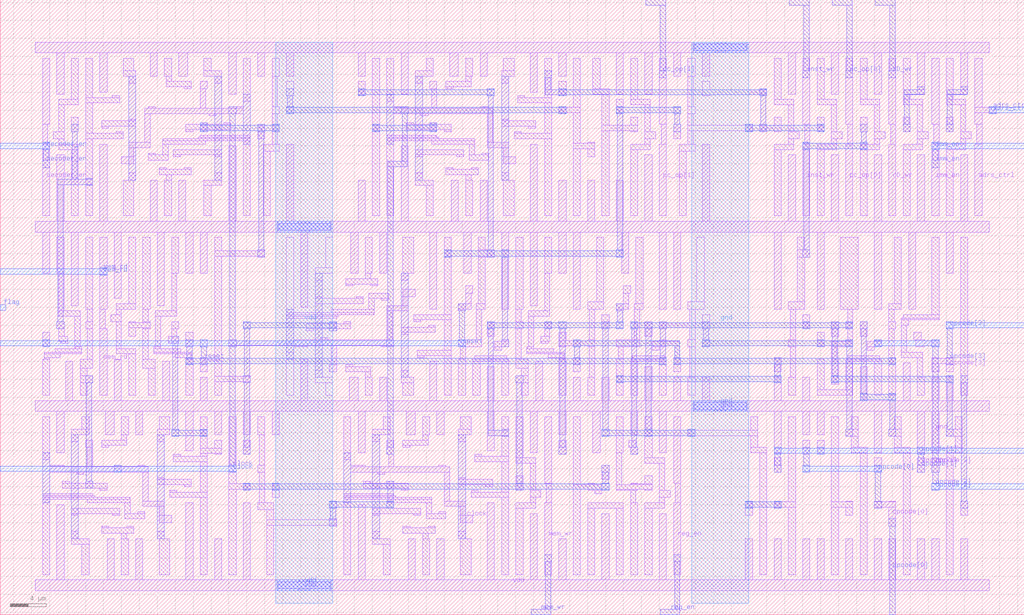
<source format=lef>
VERSION 5.3 ;
   NAMESCASESENSITIVE ON ;
   NOWIREEXTENSIONATPIN ON ;
   DIVIDERCHAR "/" ;
   BUSBITCHARS "[]" ;
UNITS
   DATABASE MICRONS 1000 ;
END UNITS

MACRO control_unit
   CLASS BLOCK ;
   FOREIGN control_unit ;
   ORIGIN 3.5000 2.3000 ;
   SIZE 114.2000 BY 68.6000 ;
   PIN gnd
      PORT
         LAYER metal1 ;
	    RECT 0.4000 60.4000 106.8000 61.6000 ;
	    RECT 2.8000 55.8000 3.6000 60.4000 ;
	    RECT 7.6000 56.0000 8.4000 60.4000 ;
	    RECT 13.2000 57.8000 14.0000 60.4000 ;
	    RECT 16.4000 57.8000 17.4000 60.4000 ;
	    RECT 22.0000 55.8000 22.8000 60.4000 ;
	    RECT 25.2000 57.8000 26.0000 60.4000 ;
	    RECT 28.4000 57.8000 29.2000 60.4000 ;
	    RECT 36.4000 57.8000 37.2000 60.4000 ;
	    RECT 41.2000 55.8000 42.0000 60.4000 ;
	    RECT 46.6000 57.8000 47.6000 60.4000 ;
	    RECT 50.0000 57.8000 50.8000 60.4000 ;
	    RECT 55.6000 56.0000 56.4000 60.4000 ;
	    RECT 58.8000 57.8000 59.6000 60.4000 ;
	    RECT 65.2000 55.8000 66.0000 60.4000 ;
	    RECT 68.4000 55.8000 69.2000 60.4000 ;
	    RECT 71.6000 57.8000 72.4000 60.4000 ;
	    RECT 74.8000 57.8000 75.6000 60.4000 ;
	    RECT 84.4000 55.8000 85.2000 60.4000 ;
	    RECT 89.2000 55.8000 90.0000 60.4000 ;
	    RECT 94.0000 55.8000 94.8000 60.4000 ;
	    RECT 98.8000 55.8000 99.6000 60.4000 ;
	    RECT 103.6000 55.8000 104.4000 60.4000 ;
	    RECT 97.2000 51.6000 98.0000 53.2000 ;
	    RECT 102.0000 51.6000 102.8000 53.2000 ;
	    RECT 3.8000 21.6000 4.6000 26.0000 ;
	    RECT 9.2000 21.6000 10.0000 26.2000 ;
	    RECT 14.6000 21.6000 15.4000 26.0000 ;
	    RECT 18.8000 21.6000 19.6000 24.2000 ;
	    RECT 30.0000 21.6000 30.8000 26.2000 ;
	    RECT 35.4000 21.6000 36.4000 24.2000 ;
	    RECT 38.8000 21.6000 39.6000 24.2000 ;
	    RECT 44.4000 21.6000 45.2000 26.0000 ;
	    RECT 50.8000 21.6000 51.6000 25.4000 ;
	    RECT 56.2000 21.6000 57.0000 26.0000 ;
	    RECT 60.4000 21.6000 61.2000 24.2000 ;
	    RECT 63.6000 21.6000 64.4000 24.2000 ;
	    RECT 68.4000 21.6000 69.2000 25.4000 ;
	    RECT 71.6000 21.6000 72.4000 24.2000 ;
	    RECT 74.8000 21.6000 75.6000 24.2000 ;
	    RECT 82.8000 21.6000 83.6000 24.2000 ;
	    RECT 86.0000 21.6000 86.8000 24.2000 ;
	    RECT 92.4000 21.6000 93.2000 25.4000 ;
	    RECT 97.2000 21.6000 98.0000 25.8000 ;
	    RECT 100.4000 21.6000 101.2000 24.2000 ;
	    RECT 102.0000 21.6000 102.8000 24.2000 ;
	    RECT 0.4000 20.4000 106.8000 21.6000 ;
	    RECT 2.8000 15.8000 3.6000 20.4000 ;
	    RECT 8.2000 17.8000 9.2000 20.4000 ;
	    RECT 11.6000 17.8000 12.4000 20.4000 ;
	    RECT 17.2000 16.0000 18.0000 20.4000 ;
	    RECT 20.4000 17.8000 21.2000 20.4000 ;
	    RECT 23.6000 17.8000 24.4000 20.4000 ;
	    RECT 26.8000 17.8000 27.6000 20.4000 ;
	    RECT 36.4000 15.8000 37.2000 20.4000 ;
	    RECT 41.8000 17.8000 42.8000 20.4000 ;
	    RECT 45.2000 17.8000 46.0000 20.4000 ;
	    RECT 50.8000 16.0000 51.6000 20.4000 ;
	    RECT 55.6000 15.8000 56.4000 20.4000 ;
	    RECT 58.8000 17.8000 59.6000 20.4000 ;
	    RECT 62.6000 15.8000 63.4000 20.4000 ;
	    RECT 66.8000 17.8000 67.6000 20.4000 ;
	    RECT 70.0000 15.8000 70.8000 20.4000 ;
	    RECT 82.8000 15.8000 83.6000 20.4000 ;
	    RECT 86.0000 17.8000 86.8000 20.4000 ;
	    RECT 87.6000 17.8000 88.4000 20.4000 ;
	    RECT 94.0000 15.8000 94.8000 20.4000 ;
	    RECT 98.8000 15.8000 99.6000 20.4000 ;
	    RECT 100.4000 15.8000 101.2000 20.4000 ;
         LAYER metal2 ;
	    RECT 76.2000 61.4000 77.4000 61.6000 ;
	    RECT 73.9000 60.6000 79.7000 61.4000 ;
	    RECT 76.2000 60.4000 77.4000 60.6000 ;
	    RECT 98.8000 56.3000 99.6000 56.6000 ;
	    RECT 103.6000 56.3000 104.4000 56.6000 ;
	    RECT 97.3000 55.8000 99.6000 56.3000 ;
	    RECT 102.1000 55.8000 104.4000 56.3000 ;
	    RECT 97.3000 55.7000 99.5000 55.8000 ;
	    RECT 102.1000 55.7000 104.3000 55.8000 ;
	    RECT 97.3000 52.4000 97.9000 55.7000 ;
	    RECT 102.1000 52.4000 102.7000 55.7000 ;
	    RECT 97.2000 51.6000 98.0000 52.4000 ;
	    RECT 102.0000 51.6000 102.8000 52.4000 ;
	    RECT 76.2000 21.4000 77.4000 21.6000 ;
	    RECT 73.9000 20.6000 79.7000 21.4000 ;
	    RECT 76.2000 20.4000 77.4000 20.6000 ;
         LAYER metal3 ;
	    RECT 73.8000 60.4000 79.8000 61.6000 ;
	    RECT 73.8000 20.4000 79.8000 21.6000 ;
         LAYER metal4 ;
	    RECT 73.6000 -1.0000 80.0000 61.6000 ;
      END
   END gnd
   PIN vdd
      PORT
         LAYER metal1 ;
	    RECT 2.8000 41.6000 3.6000 49.0000 ;
	    RECT 7.6000 41.6000 8.4000 50.2000 ;
	    RECT 13.2000 41.6000 14.0000 46.2000 ;
	    RECT 16.4000 41.6000 17.2000 46.2000 ;
	    RECT 22.0000 41.6000 22.8000 50.0000 ;
	    RECT 28.4000 41.6000 29.2000 50.2000 ;
	    RECT 36.4000 41.6000 37.2000 46.2000 ;
	    RECT 41.2000 41.6000 42.0000 50.0000 ;
	    RECT 46.8000 41.6000 47.6000 46.2000 ;
	    RECT 50.0000 41.6000 50.8000 46.2000 ;
	    RECT 55.6000 41.6000 56.4000 50.2000 ;
	    RECT 58.8000 41.6000 59.6000 46.2000 ;
	    RECT 62.0000 41.6000 62.8000 46.2000 ;
	    RECT 65.2000 41.6000 66.0000 46.2000 ;
	    RECT 68.4000 41.6000 69.2000 49.0000 ;
	    RECT 74.8000 41.6000 75.6000 50.2000 ;
	    RECT 84.4000 41.6000 85.2000 49.0000 ;
	    RECT 89.2000 41.6000 90.0000 49.0000 ;
	    RECT 94.0000 41.6000 94.8000 49.0000 ;
	    RECT 98.8000 41.6000 99.6000 49.0000 ;
	    RECT 103.6000 41.6000 104.4000 49.0000 ;
	    RECT 0.4000 40.4000 106.8000 41.6000 ;
	    RECT 1.2000 35.8000 2.0000 40.4000 ;
	    RECT 4.4000 32.2000 5.2000 40.4000 ;
	    RECT 9.2000 33.0000 10.0000 40.4000 ;
	    RECT 14.0000 32.2000 14.8000 40.4000 ;
	    RECT 17.2000 35.8000 18.0000 40.4000 ;
	    RECT 18.8000 35.8000 19.6000 40.4000 ;
	    RECT 30.0000 32.0000 30.8000 40.4000 ;
	    RECT 35.6000 35.8000 36.4000 40.4000 ;
	    RECT 38.8000 35.8000 39.6000 40.4000 ;
	    RECT 44.4000 31.8000 45.2000 40.4000 ;
	    RECT 48.2000 35.8000 49.0000 40.4000 ;
	    RECT 52.4000 31.8000 53.2000 40.4000 ;
	    RECT 55.6000 32.2000 56.4000 40.4000 ;
	    RECT 58.8000 35.8000 59.6000 40.4000 ;
	    RECT 60.4000 31.8000 61.2000 40.4000 ;
	    RECT 65.8000 35.8000 66.6000 40.4000 ;
	    RECT 70.0000 31.8000 70.8000 40.4000 ;
	    RECT 71.6000 31.8000 72.4000 40.4000 ;
	    RECT 82.8000 31.8000 83.6000 40.4000 ;
	    RECT 87.6000 31.8000 88.4000 40.4000 ;
	    RECT 94.0000 31.8000 94.8000 40.4000 ;
	    RECT 97.8000 31.8000 98.6000 40.4000 ;
	    RECT 102.0000 35.8000 102.8000 40.4000 ;
	    RECT 2.8000 1.6000 3.6000 10.0000 ;
	    RECT 8.4000 1.6000 9.2000 6.2000 ;
	    RECT 11.6000 1.6000 12.4000 6.2000 ;
	    RECT 17.2000 1.6000 18.0000 10.2000 ;
	    RECT 20.4000 1.6000 21.2000 6.2000 ;
	    RECT 23.6000 1.6000 24.4000 10.2000 ;
	    RECT 36.4000 1.6000 37.2000 10.0000 ;
	    RECT 42.0000 1.6000 42.8000 6.2000 ;
	    RECT 45.2000 1.6000 46.0000 6.2000 ;
	    RECT 50.8000 1.6000 51.6000 10.2000 ;
	    RECT 55.6000 1.6000 56.4000 9.0000 ;
	    RECT 58.8000 1.6000 59.6000 6.2000 ;
	    RECT 63.6000 1.6000 64.4000 9.0000 ;
	    RECT 70.0000 1.6000 70.8000 9.0000 ;
	    RECT 79.6000 1.6000 80.4000 6.2000 ;
	    RECT 82.8000 1.6000 83.6000 6.2000 ;
	    RECT 86.0000 1.6000 86.8000 6.2000 ;
	    RECT 87.6000 1.6000 88.4000 6.2000 ;
	    RECT 90.8000 1.6000 91.6000 6.2000 ;
	    RECT 94.0000 1.6000 94.8000 6.2000 ;
	    RECT 95.6000 1.6000 96.4000 6.2000 ;
	    RECT 98.8000 1.6000 99.6000 6.2000 ;
	    RECT 100.4000 1.6000 101.2000 6.2000 ;
	    RECT 103.6000 1.6000 104.4000 6.2000 ;
	    RECT 0.4000 0.4000 106.8000 1.6000 ;
         LAYER metal2 ;
	    RECT 29.8000 41.4000 31.0000 41.6000 ;
	    RECT 27.5000 40.6000 33.3000 41.4000 ;
	    RECT 29.8000 40.4000 31.0000 40.6000 ;
	    RECT 29.8000 1.4000 31.0000 1.6000 ;
	    RECT 27.5000 0.6000 33.3000 1.4000 ;
	    RECT 29.8000 0.4000 31.0000 0.6000 ;
         LAYER metal3 ;
	    RECT 27.4000 40.4000 33.4000 41.6000 ;
	    RECT 27.4000 0.4000 33.4000 1.6000 ;
         LAYER metal4 ;
	    RECT 27.2000 -1.0000 33.6000 61.6000 ;
      END
   END vdd
   PIN adrs_ctrl
      PORT
         LAYER metal1 ;
	    RECT 105.2000 54.3000 106.0000 59.8000 ;
	    RECT 106.8000 54.3000 107.6000 54.4000 ;
	    RECT 105.2000 53.7000 107.6000 54.3000 ;
	    RECT 105.2000 52.4000 106.0000 53.7000 ;
	    RECT 106.8000 53.6000 107.6000 53.7000 ;
	    RECT 105.4000 50.2000 106.0000 52.4000 ;
	    RECT 105.2000 42.2000 106.0000 50.2000 ;
         LAYER metal2 ;
	    RECT 106.8000 53.6000 107.6000 54.4000 ;
         LAYER metal3 ;
	    RECT 106.8000 54.3000 107.6000 54.4000 ;
	    RECT 106.8000 53.7000 110.7000 54.3000 ;
	    RECT 106.8000 53.6000 107.6000 53.7000 ;
      END
   END adrs_ctrl
   PIN clock
      PORT
         LAYER metal1 ;
	    RECT 18.8000 56.4000 19.6000 57.2000 ;
	    RECT 44.4000 56.4000 45.2000 57.2000 ;
	    RECT 13.0000 54.2000 13.8000 54.4000 ;
	    RECT 18.8000 54.2000 19.4000 56.4000 ;
	    RECT 22.0000 54.2000 23.6000 54.4000 ;
	    RECT 12.6000 53.6000 23.6000 54.2000 ;
	    RECT 40.4000 54.2000 42.0000 54.4000 ;
	    RECT 44.6000 54.2000 45.2000 56.4000 ;
	    RECT 50.2000 54.2000 51.0000 54.4000 ;
	    RECT 40.4000 53.6000 51.4000 54.2000 ;
	    RECT 12.6000 50.4000 13.2000 53.6000 ;
	    RECT 19.8000 53.4000 20.6000 53.6000 ;
	    RECT 43.4000 53.4000 44.2000 53.6000 ;
	    RECT 10.8000 49.8000 13.2000 50.4000 ;
	    RECT 50.8000 50.4000 51.4000 53.6000 ;
	    RECT 50.8000 49.8000 53.2000 50.4000 ;
	    RECT 10.8000 48.8000 11.4000 49.8000 ;
	    RECT 10.0000 48.0000 11.4000 48.8000 ;
	    RECT 52.6000 48.8000 53.2000 49.8000 ;
	    RECT 52.6000 48.0000 54.0000 48.8000 ;
	    RECT 41.4000 33.2000 42.8000 34.0000 ;
	    RECT 41.4000 32.2000 42.0000 33.2000 ;
	    RECT 39.6000 31.6000 42.0000 32.2000 ;
	    RECT 32.2000 28.4000 33.0000 28.6000 ;
	    RECT 39.6000 28.4000 40.2000 31.6000 ;
	    RECT 22.0000 28.3000 22.8000 28.4000 ;
	    RECT 29.2000 28.3000 40.4000 28.4000 ;
	    RECT 22.0000 27.8000 40.4000 28.3000 ;
	    RECT 22.0000 27.7000 30.8000 27.8000 ;
	    RECT 22.0000 27.6000 22.8000 27.7000 ;
	    RECT 29.2000 27.6000 30.8000 27.7000 ;
	    RECT 33.4000 25.6000 34.0000 27.8000 ;
	    RECT 39.0000 27.6000 40.4000 27.8000 ;
	    RECT 33.2000 24.8000 34.0000 25.6000 ;
	    RECT 6.0000 16.4000 6.8000 17.2000 ;
	    RECT 2.0000 14.2000 3.6000 14.4000 ;
	    RECT 6.2000 14.2000 6.8000 16.4000 ;
	    RECT 39.6000 15.6000 40.4000 17.2000 ;
	    RECT 9.2000 14.2000 10.0000 14.4000 ;
	    RECT 11.8000 14.2000 12.6000 14.4000 ;
	    RECT 35.6000 14.2000 37.2000 14.4000 ;
	    RECT 39.8000 14.2000 40.4000 15.6000 ;
	    RECT 45.4000 14.2000 46.2000 14.4000 ;
	    RECT 2.0000 13.6000 13.0000 14.2000 ;
	    RECT 35.6000 13.6000 46.6000 14.2000 ;
	    RECT 5.0000 13.4000 5.8000 13.6000 ;
	    RECT 12.4000 10.4000 13.0000 13.6000 ;
	    RECT 38.6000 13.4000 39.4000 13.6000 ;
	    RECT 46.0000 10.4000 46.6000 13.6000 ;
	    RECT 12.4000 9.8000 14.8000 10.4000 ;
	    RECT 46.0000 9.8000 48.4000 10.4000 ;
	    RECT 14.2000 8.8000 14.8000 9.8000 ;
	    RECT 47.8000 8.8000 48.4000 9.8000 ;
	    RECT 14.2000 8.0000 15.6000 8.8000 ;
	    RECT 47.8000 8.0000 49.2000 8.8000 ;
         LAYER metal2 ;
	    RECT 22.0000 53.6000 22.8000 54.4000 ;
	    RECT 41.2000 53.6000 42.0000 54.4000 ;
	    RECT 22.1000 28.4000 22.7000 53.6000 ;
	    RECT 41.3000 48.3000 41.9000 53.6000 ;
	    RECT 39.7000 47.7000 41.9000 48.3000 ;
	    RECT 39.7000 28.4000 40.3000 47.7000 ;
	    RECT 22.0000 27.6000 22.8000 28.4000 ;
	    RECT 39.6000 27.6000 40.4000 28.4000 ;
	    RECT 22.1000 14.4000 22.7000 27.6000 ;
	    RECT 39.7000 16.4000 40.3000 27.6000 ;
	    RECT 39.6000 15.6000 40.4000 16.4000 ;
	    RECT 9.2000 13.6000 10.0000 14.4000 ;
	    RECT 22.0000 13.6000 22.8000 14.4000 ;
         LAYER metal3 ;
	    RECT 9.2000 14.3000 10.0000 14.4000 ;
	    RECT 22.0000 14.3000 22.8000 14.4000 ;
	    RECT -3.5000 13.7000 22.8000 14.3000 ;
	    RECT 9.2000 13.6000 10.0000 13.7000 ;
	    RECT 22.0000 13.6000 22.8000 13.7000 ;
      END
   END clock
   PIN decoder_en
      PORT
         LAYER metal1 ;
	    RECT 1.2000 52.4000 2.0000 59.8000 ;
	    RECT 1.2000 50.2000 1.8000 52.4000 ;
	    RECT 1.2000 42.2000 2.0000 50.2000 ;
         LAYER metal2 ;
	    RECT 1.2000 49.6000 2.0000 50.4000 ;
	    RECT 1.3000 48.4000 1.9000 49.6000 ;
	    RECT 1.2000 47.6000 2.0000 48.4000 ;
         LAYER metal3 ;
	    RECT 1.2000 50.3000 2.0000 50.4000 ;
	    RECT -3.5000 49.7000 2.0000 50.3000 ;
	    RECT 1.2000 49.6000 2.0000 49.7000 ;
      END
   END decoder_en
   PIN flag
      PORT
         LAYER metal3 ;
	    RECT -3.5000 31.7000 -2.9000 32.3000 ;
      END
   END flag
   PIN imm_en
      PORT
         LAYER metal1 ;
	    RECT 100.4000 52.4000 101.2000 59.8000 ;
	    RECT 100.6000 50.2000 101.2000 52.4000 ;
	    RECT 100.4000 42.2000 101.2000 50.2000 ;
         LAYER metal2 ;
	    RECT 100.4000 49.6000 101.2000 50.4000 ;
	    RECT 100.5000 48.4000 101.1000 49.6000 ;
	    RECT 100.4000 47.6000 101.2000 48.4000 ;
         LAYER metal3 ;
	    RECT 100.4000 50.3000 101.2000 50.4000 ;
	    RECT 100.4000 49.7000 110.7000 50.3000 ;
	    RECT 100.4000 49.6000 101.2000 49.7000 ;
      END
   END imm_en
   PIN inst_wr
      PORT
         LAYER metal1 ;
	    RECT 86.0000 52.4000 86.8000 59.8000 ;
	    RECT 86.2000 50.2000 86.8000 52.4000 ;
	    RECT 86.0000 42.2000 86.8000 50.2000 ;
         LAYER metal2 ;
	    RECT 84.5000 65.7000 86.7000 66.3000 ;
	    RECT 86.1000 58.4000 86.7000 65.7000 ;
	    RECT 86.0000 57.6000 86.8000 58.4000 ;
      END
   END inst_wr
   PIN mem_rd
      PORT
         LAYER metal1 ;
	    RECT 7.6000 31.8000 8.4000 39.8000 ;
	    RECT 7.6000 29.6000 8.2000 31.8000 ;
	    RECT 7.6000 22.2000 8.4000 29.6000 ;
         LAYER metal2 ;
	    RECT 7.6000 35.6000 8.4000 36.4000 ;
         LAYER metal3 ;
	    RECT 7.6000 36.3000 8.4000 36.4000 ;
	    RECT -3.5000 35.7000 8.4000 36.3000 ;
	    RECT 7.6000 35.6000 8.4000 35.7000 ;
      END
   END mem_rd
   PIN mem_wr
      PORT
         LAYER metal1 ;
	    RECT 57.2000 12.4000 58.0000 19.8000 ;
	    RECT 57.4000 10.2000 58.0000 12.4000 ;
	    RECT 57.2000 2.2000 58.0000 10.2000 ;
         LAYER metal2 ;
	    RECT 57.2000 3.6000 58.0000 4.4000 ;
	    RECT 57.3000 -1.7000 57.9000 3.6000 ;
	    RECT 55.7000 -2.3000 57.9000 -1.7000 ;
      END
   END mem_wr
   PIN opcode[3]
      PORT
         LAYER metal1 ;
	    RECT 100.4000 26.3000 101.2000 26.4000 ;
	    RECT 102.0000 26.3000 102.8000 26.4000 ;
	    RECT 100.4000 25.7000 102.8000 26.3000 ;
	    RECT 100.4000 24.8000 101.2000 25.7000 ;
	    RECT 102.0000 24.8000 102.8000 25.7000 ;
         LAYER metal2 ;
	    RECT 102.0000 29.6000 102.8000 30.4000 ;
	    RECT 102.1000 26.4000 102.7000 29.6000 ;
	    RECT 102.0000 25.6000 102.8000 26.4000 ;
         LAYER metal3 ;
	    RECT 102.0000 30.3000 102.8000 30.4000 ;
	    RECT 102.0000 29.7000 110.7000 30.3000 ;
	    RECT 102.0000 29.6000 102.8000 29.7000 ;
      END
   END opcode[3]
   PIN opcode[2]
      PORT
         LAYER metal1 ;
	    RECT 98.4000 28.4000 99.2000 29.2000 ;
	    RECT 94.0000 28.2000 94.8000 28.4000 ;
	    RECT 93.2000 27.6000 94.8000 28.2000 ;
	    RECT 98.6000 28.3000 99.6000 28.4000 ;
	    RECT 100.4000 28.3000 101.2000 28.4000 ;
	    RECT 98.6000 27.7000 101.2000 28.3000 ;
	    RECT 98.6000 27.6000 99.6000 27.7000 ;
	    RECT 100.4000 27.6000 101.2000 27.7000 ;
	    RECT 93.2000 27.2000 94.0000 27.6000 ;
	    RECT 100.4000 13.6000 101.2000 15.2000 ;
         LAYER metal2 ;
	    RECT 94.0000 27.6000 94.8000 28.4000 ;
	    RECT 100.4000 27.6000 101.2000 28.4000 ;
	    RECT 100.5000 14.4000 101.1000 27.6000 ;
	    RECT 100.4000 13.6000 101.2000 14.4000 ;
	    RECT 100.5000 12.4000 101.1000 13.6000 ;
	    RECT 100.4000 11.6000 101.2000 12.4000 ;
         LAYER metal3 ;
	    RECT 94.0000 28.3000 94.8000 28.4000 ;
	    RECT 100.4000 28.3000 101.2000 28.4000 ;
	    RECT 94.0000 27.7000 101.2000 28.3000 ;
	    RECT 94.0000 27.6000 94.8000 27.7000 ;
	    RECT 100.4000 27.6000 101.2000 27.7000 ;
	    RECT 100.4000 12.3000 101.2000 12.4000 ;
	    RECT 100.4000 11.7000 110.7000 12.3000 ;
	    RECT 100.4000 11.6000 101.2000 11.7000 ;
      END
   END opcode[2]
   PIN opcode[1]
      PORT
         LAYER metal1 ;
	    RECT 87.6000 15.6000 88.4000 17.2000 ;
	    RECT 82.8000 13.6000 83.6000 15.2000 ;
	    RECT 98.8000 13.6000 99.6000 15.2000 ;
         LAYER metal2 ;
	    RECT 82.8000 15.6000 83.6000 16.4000 ;
	    RECT 87.6000 15.6000 88.4000 16.4000 ;
	    RECT 98.8000 15.6000 99.6000 16.4000 ;
	    RECT 82.9000 14.4000 83.5000 15.6000 ;
	    RECT 98.9000 14.4000 99.5000 15.6000 ;
	    RECT 82.8000 13.6000 83.6000 14.4000 ;
	    RECT 98.8000 13.6000 99.6000 14.4000 ;
         LAYER metal3 ;
	    RECT 82.8000 16.3000 83.6000 16.4000 ;
	    RECT 87.6000 16.3000 88.4000 16.4000 ;
	    RECT 98.8000 16.3000 99.6000 16.4000 ;
	    RECT 82.8000 15.7000 110.7000 16.3000 ;
	    RECT 82.8000 15.6000 83.6000 15.7000 ;
	    RECT 87.6000 15.6000 88.4000 15.7000 ;
	    RECT 98.8000 15.6000 99.6000 15.7000 ;
      END
   END opcode[1]
   PIN opcode[0]
      PORT
         LAYER metal1 ;
	    RECT 86.0000 15.6000 86.8000 17.2000 ;
	    RECT 94.0000 13.6000 94.8000 15.2000 ;
	    RECT 94.0000 10.3000 94.8000 10.4000 ;
	    RECT 95.6000 10.3000 96.4000 10.4000 ;
	    RECT 94.0000 9.7000 96.4000 10.3000 ;
	    RECT 94.0000 9.6000 94.8000 9.7000 ;
	    RECT 95.6000 7.6000 96.4000 9.7000 ;
         LAYER metal2 ;
	    RECT 86.0000 15.6000 86.8000 16.4000 ;
	    RECT 86.1000 14.4000 86.7000 15.6000 ;
	    RECT 86.0000 13.6000 86.8000 14.4000 ;
	    RECT 94.0000 13.6000 94.8000 14.4000 ;
	    RECT 94.1000 10.4000 94.7000 13.6000 ;
	    RECT 94.0000 9.6000 94.8000 10.4000 ;
	    RECT 95.6000 7.6000 96.4000 8.4000 ;
	    RECT 95.7000 -2.3000 96.3000 7.6000 ;
         LAYER metal3 ;
	    RECT 86.0000 14.3000 86.8000 14.4000 ;
	    RECT 94.0000 14.3000 94.8000 14.4000 ;
	    RECT 86.0000 13.7000 94.8000 14.3000 ;
	    RECT 86.0000 13.6000 86.8000 13.7000 ;
	    RECT 94.0000 13.6000 94.8000 13.7000 ;
      END
   END opcode[0]
   PIN pc_op[1]
      PORT
         LAYER metal1 ;
	    RECT 70.0000 52.4000 70.8000 59.8000 ;
	    RECT 70.2000 50.2000 70.8000 52.4000 ;
	    RECT 70.0000 42.2000 70.8000 50.2000 ;
         LAYER metal2 ;
	    RECT 68.5000 65.7000 70.7000 66.3000 ;
	    RECT 70.1000 58.4000 70.7000 65.7000 ;
	    RECT 70.0000 57.6000 70.8000 58.4000 ;
      END
   END pc_op[1]
   PIN pc_op[0]
      PORT
         LAYER metal1 ;
	    RECT 90.8000 52.4000 91.6000 59.8000 ;
	    RECT 91.0000 50.2000 91.6000 52.4000 ;
	    RECT 90.8000 42.2000 91.6000 50.2000 ;
         LAYER metal2 ;
	    RECT 89.3000 65.7000 91.5000 66.3000 ;
	    RECT 90.9000 58.4000 91.5000 65.7000 ;
	    RECT 90.8000 57.6000 91.6000 58.4000 ;
      END
   END pc_op[0]
   PIN rD_wr
      PORT
         LAYER metal1 ;
	    RECT 95.6000 52.4000 96.4000 59.8000 ;
	    RECT 95.8000 50.2000 96.4000 52.4000 ;
	    RECT 95.6000 42.2000 96.4000 50.2000 ;
         LAYER metal2 ;
	    RECT 94.1000 65.7000 96.3000 66.3000 ;
	    RECT 95.7000 58.4000 96.3000 65.7000 ;
	    RECT 95.6000 57.6000 96.4000 58.4000 ;
      END
   END rD_wr
   PIN reg_en
      PORT
         LAYER metal1 ;
	    RECT 71.6000 12.4000 72.4000 19.8000 ;
	    RECT 71.8000 10.2000 72.4000 12.4000 ;
	    RECT 71.6000 2.2000 72.4000 10.2000 ;
         LAYER metal2 ;
	    RECT 71.6000 3.6000 72.4000 4.4000 ;
	    RECT 71.7000 -1.7000 72.3000 3.6000 ;
	    RECT 70.1000 -2.3000 72.3000 -1.7000 ;
      END
   END reg_en
   PIN reset
      PORT
         LAYER metal1 ;
	    RECT 48.4000 33.6000 49.2000 34.4000 ;
	    RECT 48.4000 32.4000 49.0000 33.6000 ;
	    RECT 47.6000 31.8000 49.0000 32.4000 ;
	    RECT 47.6000 31.6000 48.4000 31.8000 ;
	    RECT 1.2000 27.6000 2.0000 29.2000 ;
	    RECT 18.8000 24.8000 19.6000 26.4000 ;
         LAYER metal2 ;
	    RECT 47.6000 31.6000 48.4000 32.4000 ;
	    RECT 47.7000 28.4000 48.3000 31.6000 ;
	    RECT 1.2000 27.6000 2.0000 28.4000 ;
	    RECT 18.8000 27.6000 19.6000 28.4000 ;
	    RECT 47.6000 27.6000 48.4000 28.4000 ;
	    RECT 18.9000 26.4000 19.5000 27.6000 ;
	    RECT 18.8000 25.6000 19.6000 26.4000 ;
         LAYER metal3 ;
	    RECT 1.2000 28.3000 2.0000 28.4000 ;
	    RECT 18.8000 28.3000 19.6000 28.4000 ;
	    RECT 47.6000 28.3000 48.4000 28.4000 ;
	    RECT -3.5000 27.7000 48.4000 28.3000 ;
	    RECT 1.2000 27.6000 2.0000 27.7000 ;
	    RECT 18.8000 27.6000 19.6000 27.7000 ;
	    RECT 47.6000 27.6000 48.4000 27.7000 ;
      END
   END reset
   OBS
         LAYER metal1 ;
	    RECT 4.4000 55.2000 5.2000 59.8000 ;
	    RECT 3.0000 54.6000 5.2000 55.2000 ;
	    RECT 6.0000 55.4000 6.8000 59.8000 ;
	    RECT 10.2000 58.4000 11.4000 59.8000 ;
	    RECT 10.2000 57.8000 11.6000 58.4000 ;
	    RECT 14.8000 57.8000 15.6000 59.8000 ;
	    RECT 19.2000 58.4000 20.0000 59.8000 ;
	    RECT 19.2000 57.8000 21.2000 58.4000 ;
	    RECT 10.8000 57.0000 11.6000 57.8000 ;
	    RECT 15.0000 57.2000 15.6000 57.8000 ;
	    RECT 15.0000 56.6000 17.8000 57.2000 ;
	    RECT 20.4000 57.0000 21.2000 57.8000 ;
	    RECT 17.0000 56.4000 17.8000 56.6000 ;
	    RECT 9.0000 55.4000 9.8000 55.6000 ;
	    RECT 6.0000 54.8000 9.8000 55.4000 ;
	    RECT 23.6000 55.0000 24.4000 59.8000 ;
	    RECT 26.8000 57.8000 27.6000 59.8000 ;
	    RECT 3.0000 51.6000 3.6000 54.6000 ;
	    RECT 4.4000 51.6000 5.2000 53.2000 ;
	    RECT 2.4000 50.8000 3.6000 51.6000 ;
	    RECT 3.0000 50.2000 3.6000 50.8000 ;
	    RECT 6.0000 51.4000 6.8000 54.8000 ;
	    RECT 26.8000 54.4000 27.4000 57.8000 ;
	    RECT 28.4000 55.6000 29.2000 57.2000 ;
	    RECT 36.4000 55.6000 37.2000 57.2000 ;
	    RECT 26.8000 53.6000 27.6000 54.4000 ;
	    RECT 10.8000 52.8000 11.6000 53.0000 ;
	    RECT 7.8000 52.2000 11.6000 52.8000 ;
	    RECT 18.8000 52.4000 19.6000 52.6000 ;
	    RECT 21.4000 52.4000 22.2000 52.6000 ;
	    RECT 26.8000 52.4000 27.4000 53.6000 ;
	    RECT 7.8000 52.0000 8.6000 52.2000 ;
	    RECT 17.2000 51.8000 22.2000 52.4000 ;
	    RECT 17.2000 51.6000 18.0000 51.8000 ;
	    RECT 9.4000 51.4000 10.2000 51.6000 ;
	    RECT 6.0000 50.8000 10.2000 51.4000 ;
	    RECT 18.8000 51.0000 24.4000 51.2000 ;
	    RECT 18.6000 50.8000 24.4000 51.0000 ;
	    RECT 25.2000 50.8000 26.0000 52.4000 ;
	    RECT 26.8000 51.6000 27.6000 52.4000 ;
	    RECT 3.0000 49.6000 5.2000 50.2000 ;
	    RECT 4.4000 42.2000 5.2000 49.6000 ;
	    RECT 6.0000 42.2000 6.8000 50.8000 ;
	    RECT 14.6000 50.6000 24.4000 50.8000 ;
	    RECT 14.6000 50.2000 19.4000 50.6000 ;
	    RECT 13.0000 49.0000 13.8000 49.2000 ;
	    RECT 14.6000 49.0000 15.2000 50.2000 ;
	    RECT 13.0000 48.4000 15.2000 49.0000 ;
	    RECT 15.8000 49.0000 21.2000 49.6000 ;
	    RECT 15.8000 48.8000 16.6000 49.0000 ;
	    RECT 20.4000 48.8000 21.2000 49.0000 ;
	    RECT 14.2000 47.4000 15.0000 47.6000 ;
	    RECT 17.0000 47.4000 17.8000 47.6000 ;
	    RECT 10.8000 46.2000 11.6000 47.0000 ;
	    RECT 14.2000 46.8000 17.8000 47.4000 ;
	    RECT 15.0000 46.2000 15.6000 46.8000 ;
	    RECT 20.4000 46.2000 21.2000 47.0000 ;
	    RECT 10.2000 42.2000 11.4000 46.2000 ;
	    RECT 14.8000 42.2000 15.6000 46.2000 ;
	    RECT 19.2000 45.6000 21.2000 46.2000 ;
	    RECT 19.2000 42.2000 20.0000 45.6000 ;
	    RECT 23.6000 42.2000 24.4000 50.6000 ;
	    RECT 26.8000 50.2000 27.4000 51.6000 ;
	    RECT 25.8000 49.4000 27.6000 50.2000 ;
	    RECT 25.8000 42.2000 26.6000 49.4000 ;
	    RECT 38.0000 42.2000 38.8000 59.8000 ;
	    RECT 39.6000 55.0000 40.4000 59.8000 ;
	    RECT 44.0000 58.4000 44.8000 59.8000 ;
	    RECT 42.8000 57.8000 44.8000 58.4000 ;
	    RECT 48.4000 57.8000 49.2000 59.8000 ;
	    RECT 52.6000 58.4000 53.8000 59.8000 ;
	    RECT 52.4000 57.8000 53.8000 58.4000 ;
	    RECT 42.8000 57.0000 43.6000 57.8000 ;
	    RECT 48.4000 57.2000 49.0000 57.8000 ;
	    RECT 46.2000 56.6000 49.0000 57.2000 ;
	    RECT 52.4000 57.0000 53.2000 57.8000 ;
	    RECT 46.2000 56.4000 47.0000 56.6000 ;
	    RECT 54.2000 55.4000 55.0000 55.6000 ;
	    RECT 57.2000 55.4000 58.0000 59.8000 ;
	    RECT 58.8000 55.6000 59.6000 57.2000 ;
	    RECT 54.2000 54.8000 58.0000 55.4000 ;
	    RECT 52.4000 52.8000 53.2000 53.0000 ;
	    RECT 41.8000 52.4000 42.6000 52.6000 ;
	    RECT 44.4000 52.4000 45.2000 52.6000 ;
	    RECT 41.8000 51.8000 46.8000 52.4000 ;
	    RECT 52.4000 52.2000 56.2000 52.8000 ;
	    RECT 55.4000 52.0000 56.2000 52.2000 ;
	    RECT 46.0000 51.6000 46.8000 51.8000 ;
	    RECT 53.8000 51.4000 54.6000 51.6000 ;
	    RECT 57.2000 51.4000 58.0000 54.8000 ;
	    RECT 58.8000 54.3000 59.6000 54.4000 ;
	    RECT 60.4000 54.3000 61.2000 59.8000 ;
	    RECT 62.6000 56.4000 63.4000 59.8000 ;
	    RECT 62.6000 55.8000 64.4000 56.4000 ;
	    RECT 58.8000 53.7000 61.2000 54.3000 ;
	    RECT 58.8000 53.6000 59.6000 53.7000 ;
	    RECT 39.6000 51.0000 45.2000 51.2000 ;
	    RECT 39.6000 50.8000 45.4000 51.0000 ;
	    RECT 53.8000 50.8000 58.0000 51.4000 ;
	    RECT 39.6000 50.6000 49.4000 50.8000 ;
	    RECT 39.6000 42.2000 40.4000 50.6000 ;
	    RECT 44.6000 50.2000 49.4000 50.6000 ;
	    RECT 42.8000 49.0000 48.2000 49.6000 ;
	    RECT 42.8000 48.8000 43.6000 49.0000 ;
	    RECT 47.4000 48.8000 48.2000 49.0000 ;
	    RECT 48.8000 49.0000 49.4000 50.2000 ;
	    RECT 50.2000 49.0000 51.0000 49.2000 ;
	    RECT 48.8000 48.4000 51.0000 49.0000 ;
	    RECT 46.2000 47.4000 47.0000 47.6000 ;
	    RECT 49.0000 47.4000 49.8000 47.6000 ;
	    RECT 42.8000 46.2000 43.6000 47.0000 ;
	    RECT 46.2000 46.8000 49.8000 47.4000 ;
	    RECT 48.4000 46.2000 49.0000 46.8000 ;
	    RECT 52.4000 46.2000 53.2000 47.0000 ;
	    RECT 42.8000 45.6000 44.8000 46.2000 ;
	    RECT 44.0000 42.2000 44.8000 45.6000 ;
	    RECT 48.4000 42.2000 49.2000 46.2000 ;
	    RECT 52.6000 42.2000 53.8000 46.2000 ;
	    RECT 57.2000 42.2000 58.0000 50.8000 ;
	    RECT 60.4000 50.3000 61.2000 53.7000 ;
	    RECT 63.6000 52.3000 64.4000 55.8000 ;
	    RECT 66.8000 55.2000 67.6000 59.8000 ;
	    RECT 73.2000 57.8000 74.0000 59.8000 ;
	    RECT 65.2000 53.6000 66.0000 55.2000 ;
	    RECT 66.8000 54.6000 69.0000 55.2000 ;
	    RECT 66.8000 52.3000 67.6000 53.2000 ;
	    RECT 63.6000 51.7000 67.6000 52.3000 ;
	    RECT 62.0000 50.3000 62.8000 50.4000 ;
	    RECT 60.4000 49.7000 62.8000 50.3000 ;
	    RECT 60.4000 42.2000 61.2000 49.7000 ;
	    RECT 62.0000 48.8000 62.8000 49.7000 ;
	    RECT 63.6000 42.2000 64.4000 51.7000 ;
	    RECT 66.8000 51.6000 67.6000 51.7000 ;
	    RECT 68.4000 51.6000 69.0000 54.6000 ;
	    RECT 73.2000 54.4000 73.8000 57.8000 ;
	    RECT 74.8000 56.3000 75.6000 57.2000 ;
	    RECT 81.2000 56.3000 82.0000 56.4000 ;
	    RECT 74.8000 55.7000 82.0000 56.3000 ;
	    RECT 74.8000 55.6000 75.6000 55.7000 ;
	    RECT 81.2000 55.6000 82.0000 55.7000 ;
	    RECT 82.8000 55.2000 83.6000 59.8000 ;
	    RECT 87.6000 55.2000 88.4000 59.8000 ;
	    RECT 92.4000 55.2000 93.2000 59.8000 ;
	    RECT 97.2000 55.2000 98.0000 59.8000 ;
	    RECT 102.0000 55.2000 102.8000 59.8000 ;
	    RECT 82.8000 54.6000 85.0000 55.2000 ;
	    RECT 87.6000 54.6000 89.8000 55.2000 ;
	    RECT 92.4000 54.6000 94.6000 55.2000 ;
	    RECT 97.2000 54.6000 99.4000 55.2000 ;
	    RECT 102.0000 54.6000 104.2000 55.2000 ;
	    RECT 73.2000 53.6000 74.0000 54.4000 ;
	    RECT 68.4000 50.8000 69.6000 51.6000 ;
	    RECT 71.6000 50.8000 72.4000 52.4000 ;
	    RECT 73.2000 52.3000 73.8000 53.6000 ;
	    RECT 79.6000 52.3000 80.4000 52.4000 ;
	    RECT 73.2000 51.7000 80.4000 52.3000 ;
	    RECT 68.4000 50.2000 69.0000 50.8000 ;
	    RECT 73.2000 50.2000 73.8000 51.7000 ;
	    RECT 79.6000 51.6000 80.4000 51.7000 ;
	    RECT 81.2000 52.3000 82.0000 52.4000 ;
	    RECT 82.8000 52.3000 83.6000 53.2000 ;
	    RECT 81.2000 51.7000 83.6000 52.3000 ;
	    RECT 81.2000 51.6000 82.0000 51.7000 ;
	    RECT 82.8000 51.6000 83.6000 51.7000 ;
	    RECT 84.4000 51.6000 85.0000 54.6000 ;
	    RECT 87.6000 51.6000 88.4000 53.2000 ;
	    RECT 89.2000 51.6000 89.8000 54.6000 ;
	    RECT 92.4000 51.6000 93.2000 53.2000 ;
	    RECT 94.0000 51.6000 94.6000 54.6000 ;
	    RECT 98.8000 51.6000 99.4000 54.6000 ;
	    RECT 103.6000 51.6000 104.2000 54.6000 ;
	    RECT 84.4000 50.8000 85.6000 51.6000 ;
	    RECT 89.2000 50.8000 90.4000 51.6000 ;
	    RECT 94.0000 50.8000 95.2000 51.6000 ;
	    RECT 98.8000 50.8000 100.0000 51.6000 ;
	    RECT 103.6000 50.8000 104.8000 51.6000 ;
	    RECT 84.4000 50.2000 85.0000 50.8000 ;
	    RECT 89.2000 50.2000 89.8000 50.8000 ;
	    RECT 94.0000 50.2000 94.6000 50.8000 ;
	    RECT 98.8000 50.2000 99.4000 50.8000 ;
	    RECT 103.6000 50.2000 104.2000 50.8000 ;
	    RECT 66.8000 49.6000 69.0000 50.2000 ;
	    RECT 66.8000 42.2000 67.6000 49.6000 ;
	    RECT 72.2000 49.4000 74.0000 50.2000 ;
	    RECT 82.8000 49.6000 85.0000 50.2000 ;
	    RECT 87.6000 49.6000 89.8000 50.2000 ;
	    RECT 92.4000 49.6000 94.6000 50.2000 ;
	    RECT 97.2000 49.6000 99.4000 50.2000 ;
	    RECT 102.0000 49.6000 104.2000 50.2000 ;
	    RECT 72.2000 42.2000 73.0000 49.4000 ;
	    RECT 82.8000 42.2000 83.6000 49.6000 ;
	    RECT 87.6000 42.2000 88.4000 49.6000 ;
	    RECT 92.4000 42.2000 93.2000 49.6000 ;
	    RECT 97.2000 42.2000 98.0000 49.6000 ;
	    RECT 102.0000 42.2000 102.8000 49.6000 ;
	    RECT 2.8000 35.8000 3.6000 39.8000 ;
	    RECT 3.0000 31.6000 3.6000 35.8000 ;
	    RECT 6.0000 31.8000 6.8000 39.8000 ;
	    RECT 10.8000 32.4000 11.6000 39.8000 ;
	    RECT 3.0000 31.0000 5.4000 31.6000 ;
	    RECT 2.8000 29.6000 3.6000 30.4000 ;
	    RECT 3.0000 28.8000 3.6000 29.6000 ;
	    RECT 3.0000 28.2000 4.0000 28.8000 ;
	    RECT 3.2000 28.0000 4.0000 28.2000 ;
	    RECT 4.8000 27.6000 5.4000 31.0000 ;
	    RECT 6.2000 30.4000 6.8000 31.8000 ;
	    RECT 9.4000 31.8000 11.6000 32.4000 ;
	    RECT 12.4000 31.8000 13.2000 39.8000 ;
	    RECT 15.6000 35.8000 16.4000 39.8000 ;
	    RECT 20.4000 38.3000 21.2000 39.8000 ;
	    RECT 25.2000 38.3000 26.0000 38.4000 ;
	    RECT 20.4000 37.7000 26.0000 38.3000 ;
	    RECT 9.4000 31.2000 10.0000 31.8000 ;
	    RECT 8.8000 30.4000 10.0000 31.2000 ;
	    RECT 12.4000 30.4000 13.0000 31.8000 ;
	    RECT 15.6000 31.6000 16.2000 35.8000 ;
	    RECT 13.8000 31.0000 16.2000 31.6000 ;
	    RECT 6.0000 29.6000 6.8000 30.4000 ;
	    RECT 4.8000 27.4000 5.6000 27.6000 ;
	    RECT 2.6000 27.0000 5.6000 27.4000 ;
	    RECT 1.4000 26.8000 5.6000 27.0000 ;
	    RECT 1.4000 26.4000 3.2000 26.8000 ;
	    RECT 1.4000 26.2000 2.0000 26.4000 ;
	    RECT 6.2000 26.2000 6.8000 29.6000 ;
	    RECT 9.4000 27.4000 10.0000 30.4000 ;
	    RECT 10.8000 30.3000 11.6000 30.4000 ;
	    RECT 12.4000 30.3000 13.2000 30.4000 ;
	    RECT 10.8000 29.7000 13.2000 30.3000 ;
	    RECT 10.8000 28.8000 11.6000 29.7000 ;
	    RECT 12.4000 29.6000 13.2000 29.7000 ;
	    RECT 9.4000 26.8000 11.6000 27.4000 ;
	    RECT 1.2000 22.2000 2.0000 26.2000 ;
	    RECT 5.4000 25.2000 6.8000 26.2000 ;
	    RECT 5.4000 24.4000 6.2000 25.2000 ;
	    RECT 5.4000 23.6000 6.8000 24.4000 ;
	    RECT 5.4000 22.2000 6.2000 23.6000 ;
	    RECT 10.8000 22.2000 11.6000 26.8000 ;
	    RECT 12.4000 26.2000 13.0000 29.6000 ;
	    RECT 13.8000 27.6000 14.4000 31.0000 ;
	    RECT 15.6000 29.6000 16.4000 30.4000 ;
	    RECT 15.6000 28.8000 16.2000 29.6000 ;
	    RECT 15.2000 28.0000 16.4000 28.8000 ;
	    RECT 17.2000 27.6000 18.0000 29.2000 ;
	    RECT 13.6000 27.4000 14.4000 27.6000 ;
	    RECT 13.6000 27.0000 16.6000 27.4000 ;
	    RECT 13.6000 26.8000 17.8000 27.0000 ;
	    RECT 16.0000 26.4000 17.8000 26.8000 ;
	    RECT 17.2000 26.2000 17.8000 26.4000 ;
	    RECT 12.4000 25.2000 13.8000 26.2000 ;
	    RECT 13.0000 22.2000 13.8000 25.2000 ;
	    RECT 17.2000 22.2000 18.0000 26.2000 ;
	    RECT 20.4000 24.3000 21.2000 37.7000 ;
	    RECT 25.2000 37.6000 26.0000 37.7000 ;
	    RECT 28.4000 31.4000 29.2000 39.8000 ;
	    RECT 32.8000 36.4000 33.6000 39.8000 ;
	    RECT 31.6000 35.8000 33.6000 36.4000 ;
	    RECT 37.2000 35.8000 38.0000 39.8000 ;
	    RECT 41.4000 35.8000 42.6000 39.8000 ;
	    RECT 31.6000 35.0000 32.4000 35.8000 ;
	    RECT 37.2000 35.2000 37.8000 35.8000 ;
	    RECT 35.0000 34.6000 38.6000 35.2000 ;
	    RECT 41.2000 35.0000 42.0000 35.8000 ;
	    RECT 35.0000 34.4000 35.8000 34.6000 ;
	    RECT 37.8000 34.4000 38.6000 34.6000 ;
	    RECT 31.6000 33.0000 32.4000 33.2000 ;
	    RECT 36.2000 33.0000 37.0000 33.2000 ;
	    RECT 31.6000 32.4000 37.0000 33.0000 ;
	    RECT 37.6000 33.0000 39.8000 33.6000 ;
	    RECT 37.6000 31.8000 38.2000 33.0000 ;
	    RECT 39.0000 32.8000 39.8000 33.0000 ;
	    RECT 33.4000 31.4000 38.2000 31.8000 ;
	    RECT 28.4000 31.2000 38.2000 31.4000 ;
	    RECT 46.0000 31.2000 46.8000 39.8000 ;
	    RECT 49.8000 38.4000 50.6000 39.8000 ;
	    RECT 49.8000 37.6000 51.6000 38.4000 ;
	    RECT 49.8000 32.4000 50.6000 37.6000 ;
	    RECT 28.4000 31.0000 34.2000 31.2000 ;
	    RECT 28.4000 30.8000 34.0000 31.0000 ;
	    RECT 42.6000 30.6000 46.8000 31.2000 ;
	    RECT 42.6000 30.4000 43.4000 30.6000 ;
	    RECT 34.8000 30.2000 35.6000 30.4000 ;
	    RECT 30.6000 29.6000 35.6000 30.2000 ;
	    RECT 44.2000 29.8000 45.0000 30.0000 ;
	    RECT 30.6000 29.4000 31.4000 29.6000 ;
	    RECT 33.2000 29.4000 34.0000 29.6000 ;
	    RECT 41.2000 29.2000 45.0000 29.8000 ;
	    RECT 41.2000 29.0000 42.0000 29.2000 ;
	    RECT 46.0000 27.2000 46.8000 30.6000 ;
	    RECT 49.6000 31.8000 50.6000 32.4000 ;
	    RECT 54.0000 31.8000 54.8000 39.8000 ;
	    RECT 57.2000 35.8000 58.0000 39.8000 ;
	    RECT 49.6000 28.4000 50.2000 31.8000 ;
	    RECT 54.0000 30.4000 54.6000 31.8000 ;
	    RECT 57.2000 31.6000 57.8000 35.8000 ;
	    RECT 63.0000 32.6000 63.8000 39.8000 ;
	    RECT 62.0000 31.8000 63.8000 32.6000 ;
	    RECT 66.0000 33.6000 66.8000 34.4000 ;
	    RECT 66.0000 32.4000 66.6000 33.6000 ;
	    RECT 67.4000 32.4000 68.2000 39.8000 ;
	    RECT 74.2000 32.6000 75.0000 39.8000 ;
	    RECT 85.4000 38.4000 86.2000 39.8000 ;
	    RECT 85.4000 37.6000 86.8000 38.4000 ;
	    RECT 85.4000 32.6000 86.2000 37.6000 ;
	    RECT 65.2000 31.8000 66.6000 32.4000 ;
	    RECT 67.2000 31.8000 68.2000 32.4000 ;
	    RECT 73.2000 31.8000 75.0000 32.6000 ;
	    RECT 84.4000 31.8000 86.2000 32.6000 ;
	    RECT 90.2000 31.8000 92.2000 39.8000 ;
	    RECT 96.2000 32.4000 97.0000 39.8000 ;
	    RECT 95.6000 31.8000 97.0000 32.4000 ;
	    RECT 55.4000 31.0000 57.8000 31.6000 ;
	    RECT 50.8000 28.8000 51.6000 30.4000 ;
	    RECT 54.0000 29.6000 54.8000 30.4000 ;
	    RECT 47.6000 27.6000 50.2000 28.4000 ;
	    RECT 52.4000 28.2000 53.2000 28.4000 ;
	    RECT 51.6000 27.6000 53.2000 28.2000 ;
	    RECT 23.6000 24.3000 24.4000 24.4000 ;
	    RECT 20.4000 23.7000 24.4000 24.3000 ;
	    RECT 20.4000 22.2000 21.2000 23.7000 ;
	    RECT 23.6000 23.6000 24.4000 23.7000 ;
	    RECT 28.4000 22.2000 29.2000 27.0000 ;
	    RECT 43.0000 26.6000 46.8000 27.2000 ;
	    RECT 43.0000 26.4000 43.8000 26.6000 ;
	    RECT 35.0000 25.4000 35.8000 25.6000 ;
	    RECT 31.6000 24.2000 32.4000 25.0000 ;
	    RECT 35.0000 24.8000 37.8000 25.4000 ;
	    RECT 37.2000 24.2000 37.8000 24.8000 ;
	    RECT 41.2000 24.2000 42.0000 25.0000 ;
	    RECT 31.6000 23.6000 33.6000 24.2000 ;
	    RECT 32.8000 22.2000 33.6000 23.6000 ;
	    RECT 37.2000 22.2000 38.0000 24.2000 ;
	    RECT 41.2000 23.6000 42.6000 24.2000 ;
	    RECT 41.4000 22.2000 42.6000 23.6000 ;
	    RECT 46.0000 22.2000 46.8000 26.6000 ;
	    RECT 47.8000 26.2000 48.4000 27.6000 ;
	    RECT 51.6000 27.2000 52.4000 27.6000 ;
	    RECT 49.4000 26.2000 53.0000 26.6000 ;
	    RECT 54.0000 26.2000 54.6000 29.6000 ;
	    RECT 55.4000 27.6000 56.0000 31.0000 ;
	    RECT 57.2000 29.6000 58.0000 30.4000 ;
	    RECT 57.2000 28.8000 57.8000 29.6000 ;
	    RECT 56.8000 28.2000 57.8000 28.8000 ;
	    RECT 58.8000 28.3000 59.6000 29.2000 ;
	    RECT 62.2000 28.4000 62.8000 31.8000 ;
	    RECT 65.2000 31.6000 66.0000 31.8000 ;
	    RECT 63.6000 29.6000 64.4000 31.2000 ;
	    RECT 67.2000 28.4000 67.8000 31.8000 ;
	    RECT 68.4000 28.8000 69.2000 30.4000 ;
	    RECT 70.0000 30.3000 70.8000 30.4000 ;
	    RECT 73.4000 30.3000 74.0000 31.8000 ;
	    RECT 70.0000 29.7000 74.0000 30.3000 ;
	    RECT 70.0000 29.6000 70.8000 29.7000 ;
	    RECT 73.4000 28.4000 74.0000 29.7000 ;
	    RECT 74.8000 29.6000 75.6000 31.2000 ;
	    RECT 84.6000 28.4000 85.2000 31.8000 ;
	    RECT 86.0000 29.6000 86.8000 31.2000 ;
	    RECT 91.0000 30.4000 91.6000 31.8000 ;
	    RECT 95.6000 30.4000 96.2000 31.8000 ;
	    RECT 100.4000 31.2000 101.2000 39.8000 ;
	    RECT 97.2000 30.8000 101.2000 31.2000 ;
	    RECT 97.0000 30.6000 101.2000 30.8000 ;
	    RECT 62.0000 28.3000 62.8000 28.4000 ;
	    RECT 56.8000 28.0000 57.6000 28.2000 ;
	    RECT 58.8000 27.7000 62.8000 28.3000 ;
	    RECT 58.8000 27.6000 59.6000 27.7000 ;
	    RECT 62.0000 27.6000 62.8000 27.7000 ;
	    RECT 65.2000 27.6000 67.8000 28.4000 ;
	    RECT 70.0000 28.3000 70.8000 28.4000 ;
	    RECT 70.0000 28.2000 72.3000 28.3000 ;
	    RECT 69.2000 27.7000 72.3000 28.2000 ;
	    RECT 69.2000 27.6000 70.8000 27.7000 ;
	    RECT 55.2000 27.4000 56.0000 27.6000 ;
	    RECT 55.2000 27.0000 58.2000 27.4000 ;
	    RECT 55.2000 26.8000 59.4000 27.0000 ;
	    RECT 57.6000 26.4000 59.4000 26.8000 ;
	    RECT 58.8000 26.2000 59.4000 26.4000 ;
	    RECT 47.6000 22.2000 48.4000 26.2000 ;
	    RECT 49.2000 26.0000 53.2000 26.2000 ;
	    RECT 49.2000 22.2000 50.0000 26.0000 ;
	    RECT 52.4000 22.2000 53.2000 26.0000 ;
	    RECT 54.0000 25.2000 55.4000 26.2000 ;
	    RECT 54.6000 24.4000 55.4000 25.2000 ;
	    RECT 54.0000 23.6000 55.4000 24.4000 ;
	    RECT 54.6000 22.2000 55.4000 23.6000 ;
	    RECT 58.8000 22.2000 59.6000 26.2000 ;
	    RECT 60.4000 24.8000 61.2000 26.4000 ;
	    RECT 62.2000 24.2000 62.8000 27.6000 ;
	    RECT 65.4000 26.2000 66.0000 27.6000 ;
	    RECT 69.2000 27.2000 70.0000 27.6000 ;
	    RECT 67.0000 26.2000 70.6000 26.6000 ;
	    RECT 71.7000 26.4000 72.3000 27.7000 ;
	    RECT 73.2000 27.6000 74.0000 28.4000 ;
	    RECT 84.4000 27.6000 85.2000 28.4000 ;
	    RECT 87.6000 27.6000 88.4000 29.2000 ;
	    RECT 89.2000 28.8000 90.0000 30.4000 ;
	    RECT 90.8000 29.6000 91.6000 30.4000 ;
	    RECT 91.0000 28.4000 91.6000 29.6000 ;
	    RECT 92.4000 28.8000 93.2000 30.4000 ;
	    RECT 95.6000 29.6000 96.4000 30.4000 ;
	    RECT 97.0000 30.0000 97.8000 30.6000 ;
	    RECT 90.8000 28.2000 91.6000 28.4000 ;
	    RECT 89.2000 27.6000 91.6000 28.2000 ;
	    RECT 62.0000 22.2000 62.8000 24.2000 ;
	    RECT 65.2000 22.2000 66.0000 26.2000 ;
	    RECT 66.8000 26.0000 70.8000 26.2000 ;
	    RECT 66.8000 22.2000 67.6000 26.0000 ;
	    RECT 70.0000 22.2000 70.8000 26.0000 ;
	    RECT 71.6000 24.8000 72.4000 26.4000 ;
	    RECT 73.4000 24.2000 74.0000 27.6000 ;
	    RECT 82.8000 24.8000 83.6000 26.4000 ;
	    RECT 84.6000 24.2000 85.2000 27.6000 ;
	    RECT 89.2000 26.2000 89.8000 27.6000 ;
	    RECT 91.0000 26.2000 94.6000 26.6000 ;
	    RECT 95.6000 26.4000 96.2000 29.6000 ;
	    RECT 97.0000 27.0000 97.6000 30.0000 ;
	    RECT 97.0000 26.4000 99.4000 27.0000 ;
	    RECT 73.2000 22.2000 74.0000 24.2000 ;
	    RECT 84.4000 22.2000 85.2000 24.2000 ;
	    RECT 87.6000 22.8000 88.4000 26.2000 ;
	    RECT 89.2000 23.4000 90.0000 26.2000 ;
	    RECT 90.8000 26.0000 94.8000 26.2000 ;
	    RECT 90.8000 22.8000 91.6000 26.0000 ;
	    RECT 87.6000 22.2000 91.6000 22.8000 ;
	    RECT 94.0000 22.2000 94.8000 26.0000 ;
	    RECT 95.6000 22.2000 96.4000 26.4000 ;
	    RECT 98.8000 24.2000 99.4000 26.4000 ;
	    RECT 98.8000 22.2000 99.6000 24.2000 ;
	    RECT 103.6000 22.2000 104.4000 39.8000 ;
	    RECT 1.2000 15.0000 2.0000 19.8000 ;
	    RECT 5.6000 18.4000 6.4000 19.8000 ;
	    RECT 4.4000 17.8000 6.4000 18.4000 ;
	    RECT 10.0000 17.8000 10.8000 19.8000 ;
	    RECT 14.2000 18.4000 15.4000 19.8000 ;
	    RECT 14.0000 17.8000 15.4000 18.4000 ;
	    RECT 4.4000 17.0000 5.2000 17.8000 ;
	    RECT 10.0000 17.2000 10.6000 17.8000 ;
	    RECT 7.8000 16.6000 10.6000 17.2000 ;
	    RECT 14.0000 17.0000 14.8000 17.8000 ;
	    RECT 7.8000 16.4000 8.6000 16.6000 ;
	    RECT 18.8000 16.3000 19.6000 19.8000 ;
	    RECT 20.4000 16.3000 21.2000 17.2000 ;
	    RECT 18.8000 15.7000 21.2000 16.3000 ;
	    RECT 15.8000 15.4000 16.6000 15.6000 ;
	    RECT 18.8000 15.4000 19.6000 15.7000 ;
	    RECT 20.4000 15.6000 21.2000 15.7000 ;
	    RECT 15.8000 14.8000 19.6000 15.4000 ;
	    RECT 14.0000 12.8000 14.8000 13.0000 ;
	    RECT 3.4000 12.4000 4.2000 12.6000 ;
	    RECT 6.0000 12.4000 6.8000 12.6000 ;
	    RECT 3.4000 11.8000 8.4000 12.4000 ;
	    RECT 14.0000 12.2000 17.8000 12.8000 ;
	    RECT 17.0000 12.0000 17.8000 12.2000 ;
	    RECT 7.6000 11.6000 8.4000 11.8000 ;
	    RECT 15.4000 11.4000 16.2000 11.6000 ;
	    RECT 18.8000 11.4000 19.6000 14.8000 ;
	    RECT 1.2000 11.0000 6.8000 11.2000 ;
	    RECT 1.2000 10.8000 7.0000 11.0000 ;
	    RECT 15.4000 10.8000 19.6000 11.4000 ;
	    RECT 1.2000 10.6000 11.0000 10.8000 ;
	    RECT 1.2000 2.2000 2.0000 10.6000 ;
	    RECT 6.2000 10.2000 11.0000 10.6000 ;
	    RECT 4.4000 9.0000 9.8000 9.6000 ;
	    RECT 4.4000 8.8000 5.2000 9.0000 ;
	    RECT 9.0000 8.8000 9.8000 9.0000 ;
	    RECT 10.4000 9.0000 11.0000 10.2000 ;
	    RECT 11.8000 9.0000 12.6000 9.2000 ;
	    RECT 10.4000 8.4000 12.6000 9.0000 ;
	    RECT 7.8000 7.4000 8.6000 7.6000 ;
	    RECT 10.6000 7.4000 11.4000 7.6000 ;
	    RECT 4.4000 6.2000 5.2000 7.0000 ;
	    RECT 7.8000 6.8000 11.4000 7.4000 ;
	    RECT 10.0000 6.2000 10.6000 6.8000 ;
	    RECT 14.0000 6.2000 14.8000 7.0000 ;
	    RECT 4.4000 5.6000 6.4000 6.2000 ;
	    RECT 5.6000 2.2000 6.4000 5.6000 ;
	    RECT 10.0000 2.2000 10.8000 6.2000 ;
	    RECT 14.2000 2.2000 15.4000 6.2000 ;
	    RECT 18.8000 2.2000 19.6000 10.8000 ;
	    RECT 22.0000 12.3000 22.8000 19.8000 ;
	    RECT 25.2000 17.8000 26.0000 19.8000 ;
	    RECT 23.6000 15.6000 24.4000 17.2000 ;
	    RECT 25.4000 14.4000 26.0000 17.8000 ;
	    RECT 34.8000 15.0000 35.6000 19.8000 ;
	    RECT 39.2000 18.4000 40.0000 19.8000 ;
	    RECT 38.0000 17.8000 40.0000 18.4000 ;
	    RECT 43.6000 17.8000 44.4000 19.8000 ;
	    RECT 47.8000 18.4000 49.0000 19.8000 ;
	    RECT 47.6000 17.8000 49.0000 18.4000 ;
	    RECT 38.0000 17.0000 38.8000 17.8000 ;
	    RECT 43.6000 17.2000 44.2000 17.8000 ;
	    RECT 41.4000 16.6000 44.2000 17.2000 ;
	    RECT 47.6000 17.0000 48.4000 17.8000 ;
	    RECT 41.4000 16.4000 42.2000 16.6000 ;
	    RECT 49.4000 15.4000 50.2000 15.6000 ;
	    RECT 52.4000 15.4000 53.2000 19.8000 ;
	    RECT 49.4000 14.8000 53.2000 15.4000 ;
	    RECT 25.2000 13.6000 26.0000 14.4000 ;
	    RECT 23.6000 12.3000 24.4000 12.4000 ;
	    RECT 22.0000 11.7000 24.4000 12.3000 ;
	    RECT 22.0000 2.2000 22.8000 11.7000 ;
	    RECT 23.6000 11.6000 24.4000 11.7000 ;
	    RECT 25.4000 10.2000 26.0000 13.6000 ;
	    RECT 47.6000 12.8000 48.4000 13.0000 ;
	    RECT 37.0000 12.4000 37.8000 12.6000 ;
	    RECT 39.6000 12.4000 40.4000 12.6000 ;
	    RECT 26.8000 10.8000 27.6000 12.4000 ;
	    RECT 37.0000 11.8000 42.0000 12.4000 ;
	    RECT 47.6000 12.2000 51.4000 12.8000 ;
	    RECT 50.6000 12.0000 51.4000 12.2000 ;
	    RECT 41.2000 11.6000 42.0000 11.8000 ;
	    RECT 49.0000 11.4000 49.8000 11.6000 ;
	    RECT 52.4000 11.4000 53.2000 14.8000 ;
	    RECT 54.0000 15.2000 54.8000 19.8000 ;
	    RECT 58.8000 15.6000 59.6000 17.2000 ;
	    RECT 54.0000 14.6000 56.2000 15.2000 ;
	    RECT 54.0000 11.6000 54.8000 13.2000 ;
	    RECT 55.6000 11.6000 56.2000 14.6000 ;
	    RECT 60.4000 12.3000 61.2000 19.8000 ;
	    RECT 65.2000 15.8000 66.0000 19.8000 ;
	    RECT 66.6000 16.4000 67.4000 17.2000 ;
	    RECT 63.6000 12.8000 64.4000 14.4000 ;
	    RECT 62.0000 12.3000 62.8000 12.4000 ;
	    RECT 60.4000 12.2000 62.8000 12.3000 ;
	    RECT 65.2000 12.2000 65.8000 15.8000 ;
	    RECT 66.8000 15.6000 67.6000 16.4000 ;
	    RECT 68.4000 15.2000 69.2000 19.8000 ;
	    RECT 73.2000 18.3000 74.0000 18.4000 ;
	    RECT 80.2000 18.3000 81.0000 19.8000 ;
	    RECT 73.2000 17.7000 81.0000 18.3000 ;
	    RECT 73.2000 17.6000 74.0000 17.7000 ;
	    RECT 80.2000 16.4000 81.0000 17.7000 ;
	    RECT 80.2000 15.8000 82.0000 16.4000 ;
	    RECT 68.4000 14.6000 70.6000 15.2000 ;
	    RECT 66.8000 12.3000 67.6000 12.4000 ;
	    RECT 68.4000 12.3000 69.2000 13.2000 ;
	    RECT 66.8000 12.2000 69.2000 12.3000 ;
	    RECT 60.4000 11.7000 63.6000 12.2000 ;
	    RECT 34.8000 11.0000 40.4000 11.2000 ;
	    RECT 34.8000 10.8000 40.6000 11.0000 ;
	    RECT 49.0000 10.8000 53.2000 11.4000 ;
	    RECT 34.8000 10.6000 44.6000 10.8000 ;
	    RECT 25.2000 9.4000 27.0000 10.2000 ;
	    RECT 26.2000 8.3000 27.0000 9.4000 ;
	    RECT 33.2000 8.3000 34.0000 8.4000 ;
	    RECT 26.2000 7.7000 34.0000 8.3000 ;
	    RECT 26.2000 2.2000 27.0000 7.7000 ;
	    RECT 33.2000 7.6000 34.0000 7.7000 ;
	    RECT 34.8000 2.2000 35.6000 10.6000 ;
	    RECT 39.8000 10.2000 44.6000 10.6000 ;
	    RECT 38.0000 9.0000 43.4000 9.6000 ;
	    RECT 38.0000 8.8000 38.8000 9.0000 ;
	    RECT 42.6000 8.8000 43.4000 9.0000 ;
	    RECT 44.0000 9.0000 44.6000 10.2000 ;
	    RECT 45.4000 9.0000 46.2000 9.2000 ;
	    RECT 44.0000 8.4000 46.2000 9.0000 ;
	    RECT 41.4000 7.4000 42.2000 7.6000 ;
	    RECT 44.2000 7.4000 45.0000 7.6000 ;
	    RECT 38.0000 6.2000 38.8000 7.0000 ;
	    RECT 41.4000 6.8000 45.0000 7.4000 ;
	    RECT 43.6000 6.2000 44.2000 6.8000 ;
	    RECT 47.6000 6.2000 48.4000 7.0000 ;
	    RECT 38.0000 5.6000 40.0000 6.2000 ;
	    RECT 39.2000 2.2000 40.0000 5.6000 ;
	    RECT 43.6000 2.2000 44.4000 6.2000 ;
	    RECT 47.8000 2.2000 49.0000 6.2000 ;
	    RECT 52.4000 2.2000 53.2000 10.8000 ;
	    RECT 55.6000 10.8000 56.8000 11.6000 ;
	    RECT 55.6000 10.2000 56.2000 10.8000 ;
	    RECT 54.0000 9.6000 56.2000 10.2000 ;
	    RECT 54.0000 2.2000 54.8000 9.6000 ;
	    RECT 60.4000 2.2000 61.2000 11.7000 ;
	    RECT 62.0000 11.6000 63.6000 11.7000 ;
	    RECT 65.2000 11.7000 69.2000 12.2000 ;
	    RECT 65.2000 11.6000 67.6000 11.7000 ;
	    RECT 68.4000 11.6000 69.2000 11.7000 ;
	    RECT 70.0000 11.6000 70.6000 14.6000 ;
	    RECT 62.8000 11.2000 63.6000 11.6000 ;
	    RECT 66.8000 10.2000 67.4000 11.6000 ;
	    RECT 70.0000 10.8000 71.2000 11.6000 ;
	    RECT 70.0000 10.2000 70.6000 10.8000 ;
	    RECT 62.0000 9.6000 66.0000 10.2000 ;
	    RECT 62.0000 2.2000 62.8000 9.6000 ;
	    RECT 65.2000 2.2000 66.0000 9.6000 ;
	    RECT 66.8000 2.2000 67.6000 10.2000 ;
	    RECT 68.4000 9.6000 70.6000 10.2000 ;
	    RECT 68.4000 2.2000 69.2000 9.6000 ;
	    RECT 79.6000 8.8000 80.4000 10.4000 ;
	    RECT 81.2000 2.2000 82.0000 15.8000 ;
	    RECT 82.8000 10.3000 83.6000 10.4000 ;
	    RECT 84.4000 10.3000 85.2000 19.8000 ;
	    RECT 82.8000 9.7000 85.2000 10.3000 ;
	    RECT 82.8000 9.6000 83.6000 9.7000 ;
	    RECT 84.4000 2.2000 85.2000 9.7000 ;
	    RECT 89.2000 10.3000 90.0000 19.8000 ;
	    RECT 91.4000 18.4000 92.2000 19.8000 ;
	    RECT 96.2000 18.4000 97.0000 19.8000 ;
	    RECT 103.0000 18.4000 103.8000 19.8000 ;
	    RECT 90.8000 17.6000 92.2000 18.4000 ;
	    RECT 95.6000 17.6000 97.0000 18.4000 ;
	    RECT 102.0000 17.6000 103.8000 18.4000 ;
	    RECT 91.4000 16.4000 92.2000 17.6000 ;
	    RECT 96.2000 16.4000 97.0000 17.6000 ;
	    RECT 103.0000 16.4000 103.8000 17.6000 ;
	    RECT 91.4000 15.8000 93.2000 16.4000 ;
	    RECT 96.2000 15.8000 98.0000 16.4000 ;
	    RECT 90.8000 10.3000 91.6000 10.4000 ;
	    RECT 89.2000 9.7000 91.6000 10.3000 ;
	    RECT 89.2000 2.2000 90.0000 9.7000 ;
	    RECT 90.8000 8.8000 91.6000 9.7000 ;
	    RECT 92.4000 2.2000 93.2000 15.8000 ;
	    RECT 97.2000 2.2000 98.0000 15.8000 ;
	    RECT 102.0000 15.8000 103.8000 16.4000 ;
	    RECT 102.0000 2.2000 102.8000 15.8000 ;
	    RECT 103.6000 8.8000 104.4000 10.4000 ;
         LAYER metal2 ;
	    RECT 4.4000 51.6000 5.2000 52.4000 ;
	    RECT 4.5000 46.3000 5.1000 51.6000 ;
	    RECT 6.0000 46.3000 6.8000 46.4000 ;
	    RECT 2.9000 45.7000 6.8000 46.3000 ;
	    RECT 10.8000 46.2000 11.6000 57.8000 ;
	    RECT 18.8000 51.6000 19.6000 52.6000 ;
	    RECT 20.4000 46.2000 21.2000 57.8000 ;
	    RECT 23.6000 50.2000 24.4000 55.8000 ;
	    RECT 28.4000 55.6000 29.2000 56.4000 ;
	    RECT 36.4000 55.6000 37.2000 56.4000 ;
	    RECT 28.5000 54.4000 29.1000 55.6000 ;
	    RECT 28.4000 53.6000 29.2000 54.4000 ;
	    RECT 25.2000 51.6000 26.0000 52.4000 ;
	    RECT 26.8000 51.6000 27.6000 52.4000 ;
	    RECT 38.0000 51.6000 38.8000 52.4000 ;
	    RECT 2.9000 30.4000 3.5000 45.7000 ;
	    RECT 6.0000 45.6000 6.8000 45.7000 ;
	    RECT 25.3000 38.4000 25.9000 51.6000 ;
	    RECT 39.6000 50.2000 40.4000 55.8000 ;
	    RECT 42.8000 46.2000 43.6000 57.8000 ;
	    RECT 50.8000 55.6000 51.6000 56.4000 ;
	    RECT 44.4000 51.6000 45.2000 52.6000 ;
	    RECT 50.9000 38.4000 51.5000 55.6000 ;
	    RECT 52.4000 46.2000 53.2000 57.8000 ;
	    RECT 57.2000 57.6000 58.0000 58.4000 ;
	    RECT 57.3000 56.3000 57.9000 57.6000 ;
	    RECT 58.8000 56.3000 59.6000 56.4000 ;
	    RECT 57.3000 55.7000 59.6000 56.3000 ;
	    RECT 58.8000 55.6000 59.6000 55.7000 ;
	    RECT 81.2000 55.6000 82.0000 56.4000 ;
	    RECT 58.8000 53.6000 59.6000 54.4000 ;
	    RECT 65.2000 53.6000 66.0000 54.4000 ;
	    RECT 71.6000 53.6000 72.4000 54.4000 ;
	    RECT 65.3000 38.4000 65.9000 53.6000 ;
	    RECT 71.7000 52.4000 72.3000 53.6000 ;
	    RECT 81.3000 52.4000 81.9000 55.6000 ;
	    RECT 71.6000 51.6000 72.4000 52.4000 ;
	    RECT 79.6000 51.6000 80.4000 52.4000 ;
	    RECT 81.2000 51.6000 82.0000 52.4000 ;
	    RECT 87.6000 51.6000 88.4000 52.4000 ;
	    RECT 92.4000 51.6000 93.2000 52.4000 ;
	    RECT 92.5000 50.4000 93.1000 51.6000 ;
	    RECT 86.0000 49.6000 86.8000 50.4000 ;
	    RECT 92.4000 49.6000 93.2000 50.4000 ;
	    RECT 86.1000 38.4000 86.7000 49.6000 ;
	    RECT 25.2000 37.6000 26.0000 38.4000 ;
	    RECT 46.0000 37.6000 46.8000 38.4000 ;
	    RECT 50.8000 37.6000 51.6000 38.4000 ;
	    RECT 52.4000 37.6000 53.2000 38.4000 ;
	    RECT 65.2000 37.6000 66.0000 38.4000 ;
	    RECT 86.0000 37.6000 86.8000 38.4000 ;
	    RECT 2.8000 29.6000 3.6000 30.4000 ;
	    RECT 23.6000 29.6000 24.4000 30.4000 ;
	    RECT 15.6000 28.0000 16.4000 28.8000 ;
	    RECT 6.0000 23.6000 6.8000 24.4000 ;
	    RECT 1.2000 10.2000 2.0000 15.8000 ;
	    RECT 4.4000 6.2000 5.2000 17.8000 ;
	    RECT 6.1000 12.6000 6.7000 23.6000 ;
	    RECT 15.7000 18.4000 16.3000 28.0000 ;
	    RECT 17.2000 27.6000 18.0000 28.4000 ;
	    RECT 17.3000 26.4000 17.9000 27.6000 ;
	    RECT 17.2000 25.6000 18.0000 26.4000 ;
	    RECT 23.7000 24.4000 24.3000 29.6000 ;
	    RECT 28.4000 26.2000 29.2000 31.8000 ;
	    RECT 23.6000 23.6000 24.4000 24.4000 ;
	    RECT 31.6000 24.2000 32.4000 35.8000 ;
	    RECT 33.2000 29.4000 34.0000 30.4000 ;
	    RECT 41.2000 24.2000 42.0000 35.8000 ;
	    RECT 50.8000 29.6000 51.6000 30.4000 ;
	    RECT 6.0000 11.8000 6.8000 12.6000 ;
	    RECT 14.0000 6.2000 14.8000 17.8000 ;
	    RECT 15.6000 17.6000 16.4000 18.4000 ;
	    RECT 18.8000 17.6000 19.6000 18.4000 ;
	    RECT 23.7000 16.4000 24.3000 23.6000 ;
	    RECT 50.9000 18.3000 51.5000 29.6000 ;
	    RECT 52.5000 28.4000 53.1000 37.6000 ;
	    RECT 65.2000 31.6000 66.0000 32.4000 ;
	    RECT 65.3000 30.4000 65.9000 31.6000 ;
	    RECT 57.2000 29.6000 58.0000 30.4000 ;
	    RECT 58.8000 29.6000 59.6000 30.4000 ;
	    RECT 63.6000 29.6000 64.4000 30.4000 ;
	    RECT 65.2000 29.6000 66.0000 30.4000 ;
	    RECT 66.8000 29.6000 67.6000 30.4000 ;
	    RECT 68.4000 29.6000 69.2000 30.4000 ;
	    RECT 70.0000 29.6000 70.8000 30.4000 ;
	    RECT 74.8000 29.6000 75.6000 30.4000 ;
	    RECT 86.0000 29.6000 86.8000 30.4000 ;
	    RECT 89.2000 29.6000 90.0000 30.4000 ;
	    RECT 90.8000 29.6000 91.6000 30.4000 ;
	    RECT 92.4000 29.6000 93.2000 30.4000 ;
	    RECT 52.4000 27.6000 53.2000 28.4000 ;
	    RECT 54.0000 23.6000 54.8000 24.4000 ;
	    RECT 52.4000 18.3000 53.2000 18.4000 ;
	    RECT 23.6000 15.6000 24.4000 16.4000 ;
	    RECT 23.6000 11.6000 24.4000 12.4000 ;
	    RECT 26.8000 11.6000 27.6000 12.4000 ;
	    RECT 33.2000 9.6000 34.0000 10.4000 ;
	    RECT 34.8000 10.2000 35.6000 15.8000 ;
	    RECT 33.3000 8.4000 33.9000 9.6000 ;
	    RECT 33.2000 7.6000 34.0000 8.4000 ;
	    RECT 38.0000 6.2000 38.8000 17.8000 ;
	    RECT 39.6000 11.8000 40.4000 12.6000 ;
	    RECT 39.7000 10.4000 40.3000 11.8000 ;
	    RECT 39.6000 9.6000 40.4000 10.4000 ;
	    RECT 47.6000 6.2000 48.4000 17.8000 ;
	    RECT 50.9000 17.7000 53.2000 18.3000 ;
	    RECT 52.4000 17.6000 53.2000 17.7000 ;
	    RECT 54.1000 12.4000 54.7000 23.6000 ;
	    RECT 58.9000 16.4000 59.5000 29.6000 ;
	    RECT 60.4000 27.6000 61.2000 28.4000 ;
	    RECT 60.5000 26.4000 61.1000 27.6000 ;
	    RECT 60.4000 25.6000 61.2000 26.4000 ;
	    RECT 63.7000 18.4000 64.3000 29.6000 ;
	    RECT 65.2000 23.6000 66.0000 24.4000 ;
	    RECT 63.6000 17.6000 64.4000 18.4000 ;
	    RECT 66.9000 16.4000 67.5000 29.6000 ;
	    RECT 68.5000 18.4000 69.1000 29.6000 ;
	    RECT 70.1000 26.4000 70.7000 29.6000 ;
	    RECT 74.9000 28.4000 75.5000 29.6000 ;
	    RECT 74.8000 27.6000 75.6000 28.4000 ;
	    RECT 87.6000 27.6000 88.4000 28.4000 ;
	    RECT 70.0000 25.6000 70.8000 26.4000 ;
	    RECT 71.6000 25.6000 72.4000 26.4000 ;
	    RECT 82.8000 25.6000 83.6000 26.4000 ;
	    RECT 82.9000 24.4000 83.5000 25.6000 ;
	    RECT 89.3000 24.4000 89.9000 29.6000 ;
	    RECT 90.8000 27.6000 91.6000 28.4000 ;
	    RECT 82.8000 23.6000 83.6000 24.4000 ;
	    RECT 89.2000 23.6000 90.0000 24.4000 ;
	    RECT 90.9000 18.4000 91.5000 27.6000 ;
	    RECT 92.5000 22.4000 93.1000 29.6000 ;
	    RECT 95.6000 25.6000 96.4000 26.4000 ;
	    RECT 102.0000 23.6000 102.8000 24.4000 ;
	    RECT 103.6000 23.6000 104.4000 24.4000 ;
	    RECT 92.4000 21.6000 93.2000 22.4000 ;
	    RECT 95.6000 21.6000 96.4000 22.4000 ;
	    RECT 95.7000 18.4000 96.3000 21.6000 ;
	    RECT 102.1000 18.4000 102.7000 23.6000 ;
	    RECT 68.4000 17.6000 69.2000 18.4000 ;
	    RECT 73.2000 17.6000 74.0000 18.4000 ;
	    RECT 90.8000 17.6000 91.6000 18.4000 ;
	    RECT 95.6000 17.6000 96.4000 18.4000 ;
	    RECT 102.0000 17.6000 102.8000 18.4000 ;
	    RECT 58.8000 15.6000 59.6000 16.4000 ;
	    RECT 66.8000 15.6000 67.6000 16.4000 ;
	    RECT 63.6000 13.6000 64.4000 14.4000 ;
	    RECT 63.7000 12.4000 64.3000 13.6000 ;
	    RECT 54.0000 11.6000 54.8000 12.4000 ;
	    RECT 63.6000 11.6000 64.4000 12.4000 ;
	    RECT 103.7000 10.4000 104.3000 23.6000 ;
	    RECT 79.6000 9.6000 80.4000 10.4000 ;
	    RECT 82.8000 9.6000 83.6000 10.4000 ;
	    RECT 103.6000 9.6000 104.4000 10.4000 ;
         LAYER metal3 ;
	    RECT 36.4000 56.3000 37.2000 56.4000 ;
	    RECT 50.8000 56.3000 51.6000 56.4000 ;
	    RECT 36.4000 55.7000 51.6000 56.3000 ;
	    RECT 36.4000 55.6000 37.2000 55.7000 ;
	    RECT 50.8000 55.6000 51.6000 55.7000 ;
	    RECT 58.8000 56.3000 59.6000 56.4000 ;
	    RECT 81.2000 56.3000 82.0000 56.4000 ;
	    RECT 58.8000 55.7000 82.0000 56.3000 ;
	    RECT 58.8000 55.6000 59.6000 55.7000 ;
	    RECT 81.2000 55.6000 82.0000 55.7000 ;
	    RECT 28.4000 54.3000 29.2000 54.4000 ;
	    RECT 58.8000 54.3000 59.6000 54.4000 ;
	    RECT 28.4000 53.7000 59.6000 54.3000 ;
	    RECT 28.4000 53.6000 29.2000 53.7000 ;
	    RECT 58.8000 53.6000 59.6000 53.7000 ;
	    RECT 65.2000 54.3000 66.0000 54.4000 ;
	    RECT 71.6000 54.3000 72.4000 54.4000 ;
	    RECT 65.2000 53.7000 72.4000 54.3000 ;
	    RECT 65.2000 53.6000 66.0000 53.7000 ;
	    RECT 71.6000 53.6000 72.4000 53.7000 ;
	    RECT 18.8000 52.3000 19.6000 52.4000 ;
	    RECT 26.8000 52.3000 27.6000 52.4000 ;
	    RECT 18.8000 51.7000 27.6000 52.3000 ;
	    RECT 18.8000 51.6000 19.6000 51.7000 ;
	    RECT 26.8000 51.6000 27.6000 51.7000 ;
	    RECT 38.0000 52.3000 38.8000 52.4000 ;
	    RECT 44.4000 52.3000 45.2000 52.4000 ;
	    RECT 38.0000 51.7000 45.2000 52.3000 ;
	    RECT 38.0000 51.6000 38.8000 51.7000 ;
	    RECT 44.4000 51.6000 45.2000 51.7000 ;
	    RECT 79.6000 52.3000 80.4000 52.4000 ;
	    RECT 87.6000 52.3000 88.4000 52.4000 ;
	    RECT 79.6000 51.7000 88.4000 52.3000 ;
	    RECT 79.6000 51.6000 80.4000 51.7000 ;
	    RECT 87.6000 51.6000 88.4000 51.7000 ;
	    RECT 86.0000 50.3000 86.8000 50.4000 ;
	    RECT 92.4000 50.3000 93.2000 50.4000 ;
	    RECT 86.0000 49.7000 93.2000 50.3000 ;
	    RECT 86.0000 49.6000 86.8000 49.7000 ;
	    RECT 92.4000 49.6000 93.2000 49.7000 ;
	    RECT 46.0000 38.3000 46.8000 38.4000 ;
	    RECT 52.4000 38.3000 53.2000 38.4000 ;
	    RECT 65.2000 38.3000 66.0000 38.4000 ;
	    RECT 46.0000 37.7000 66.0000 38.3000 ;
	    RECT 46.0000 37.6000 46.8000 37.7000 ;
	    RECT 52.4000 37.6000 53.2000 37.7000 ;
	    RECT 65.2000 37.6000 66.0000 37.7000 ;
	    RECT 23.6000 30.3000 24.4000 30.4000 ;
	    RECT 33.2000 30.3000 34.0000 30.4000 ;
	    RECT 23.6000 29.7000 34.0000 30.3000 ;
	    RECT 23.6000 29.6000 24.4000 29.7000 ;
	    RECT 33.2000 29.6000 34.0000 29.7000 ;
	    RECT 50.8000 30.3000 51.6000 30.4000 ;
	    RECT 57.2000 30.3000 58.0000 30.4000 ;
	    RECT 58.8000 30.3000 59.6000 30.4000 ;
	    RECT 65.2000 30.3000 66.0000 30.4000 ;
	    RECT 50.8000 29.7000 66.0000 30.3000 ;
	    RECT 50.8000 29.6000 51.6000 29.7000 ;
	    RECT 57.2000 29.6000 58.0000 29.7000 ;
	    RECT 58.8000 29.6000 59.6000 29.7000 ;
	    RECT 65.2000 29.6000 66.0000 29.7000 ;
	    RECT 66.8000 30.3000 67.6000 30.4000 ;
	    RECT 86.0000 30.3000 86.8000 30.4000 ;
	    RECT 90.8000 30.3000 91.6000 30.4000 ;
	    RECT 66.8000 29.7000 91.6000 30.3000 ;
	    RECT 66.8000 29.6000 67.6000 29.7000 ;
	    RECT 86.0000 29.6000 86.8000 29.7000 ;
	    RECT 90.8000 29.6000 91.6000 29.7000 ;
	    RECT 60.4000 28.3000 61.2000 28.4000 ;
	    RECT 74.8000 28.3000 75.6000 28.4000 ;
	    RECT 87.6000 28.3000 88.4000 28.4000 ;
	    RECT 90.8000 28.3000 91.6000 28.4000 ;
	    RECT 60.4000 27.7000 72.3000 28.3000 ;
	    RECT 60.4000 27.6000 61.2000 27.7000 ;
	    RECT 71.7000 26.4000 72.3000 27.7000 ;
	    RECT 74.8000 27.7000 91.6000 28.3000 ;
	    RECT 74.8000 27.6000 75.6000 27.7000 ;
	    RECT 87.6000 27.6000 88.4000 27.7000 ;
	    RECT 90.8000 27.6000 91.6000 27.7000 ;
	    RECT 17.2000 26.3000 18.0000 26.4000 ;
	    RECT 70.0000 26.3000 70.8000 26.4000 ;
	    RECT 17.2000 25.7000 70.8000 26.3000 ;
	    RECT 17.2000 25.6000 18.0000 25.7000 ;
	    RECT 70.0000 25.6000 70.8000 25.7000 ;
	    RECT 71.6000 26.3000 72.4000 26.4000 ;
	    RECT 95.6000 26.3000 96.4000 26.4000 ;
	    RECT 71.6000 25.7000 96.4000 26.3000 ;
	    RECT 71.6000 25.6000 72.4000 25.7000 ;
	    RECT 95.6000 25.6000 96.4000 25.7000 ;
	    RECT 65.2000 24.3000 66.0000 24.4000 ;
	    RECT 82.8000 24.3000 83.6000 24.4000 ;
	    RECT 65.2000 23.7000 83.6000 24.3000 ;
	    RECT 65.2000 23.6000 66.0000 23.7000 ;
	    RECT 82.8000 23.6000 83.6000 23.7000 ;
	    RECT 89.2000 24.3000 90.0000 24.4000 ;
	    RECT 102.0000 24.3000 102.8000 24.4000 ;
	    RECT 89.2000 23.7000 102.8000 24.3000 ;
	    RECT 89.2000 23.6000 90.0000 23.7000 ;
	    RECT 102.0000 23.6000 102.8000 23.7000 ;
	    RECT 92.4000 22.3000 93.2000 22.4000 ;
	    RECT 95.6000 22.3000 96.4000 22.4000 ;
	    RECT 92.4000 21.7000 96.4000 22.3000 ;
	    RECT 92.4000 21.6000 93.2000 21.7000 ;
	    RECT 95.6000 21.6000 96.4000 21.7000 ;
	    RECT 15.6000 18.3000 16.4000 18.4000 ;
	    RECT 18.8000 18.3000 19.6000 18.4000 ;
	    RECT 15.6000 17.7000 19.6000 18.3000 ;
	    RECT 15.6000 17.6000 16.4000 17.7000 ;
	    RECT 18.8000 17.6000 19.6000 17.7000 ;
	    RECT 63.6000 18.3000 64.4000 18.4000 ;
	    RECT 68.4000 18.3000 69.2000 18.4000 ;
	    RECT 73.2000 18.3000 74.0000 18.4000 ;
	    RECT 63.6000 17.7000 74.0000 18.3000 ;
	    RECT 63.6000 17.6000 64.4000 17.7000 ;
	    RECT 68.4000 17.6000 69.2000 17.7000 ;
	    RECT 73.2000 17.6000 74.0000 17.7000 ;
	    RECT 23.6000 12.3000 24.4000 12.4000 ;
	    RECT 26.8000 12.3000 27.6000 12.4000 ;
	    RECT 63.6000 12.3000 64.4000 12.4000 ;
	    RECT 23.6000 11.7000 64.4000 12.3000 ;
	    RECT 23.6000 11.6000 24.4000 11.7000 ;
	    RECT 26.8000 11.6000 27.6000 11.7000 ;
	    RECT 63.6000 11.6000 64.4000 11.7000 ;
	    RECT 33.2000 10.3000 34.0000 10.4000 ;
	    RECT 39.6000 10.3000 40.4000 10.4000 ;
	    RECT 33.2000 9.7000 40.4000 10.3000 ;
	    RECT 33.2000 9.6000 34.0000 9.7000 ;
	    RECT 39.6000 9.6000 40.4000 9.7000 ;
	    RECT 79.6000 10.3000 80.4000 10.4000 ;
	    RECT 82.8000 10.3000 83.6000 10.4000 ;
	    RECT 79.6000 9.7000 83.6000 10.3000 ;
	    RECT 79.6000 9.6000 80.4000 9.7000 ;
	    RECT 82.8000 9.6000 83.6000 9.7000 ;
   END
END control_unit

</source>
